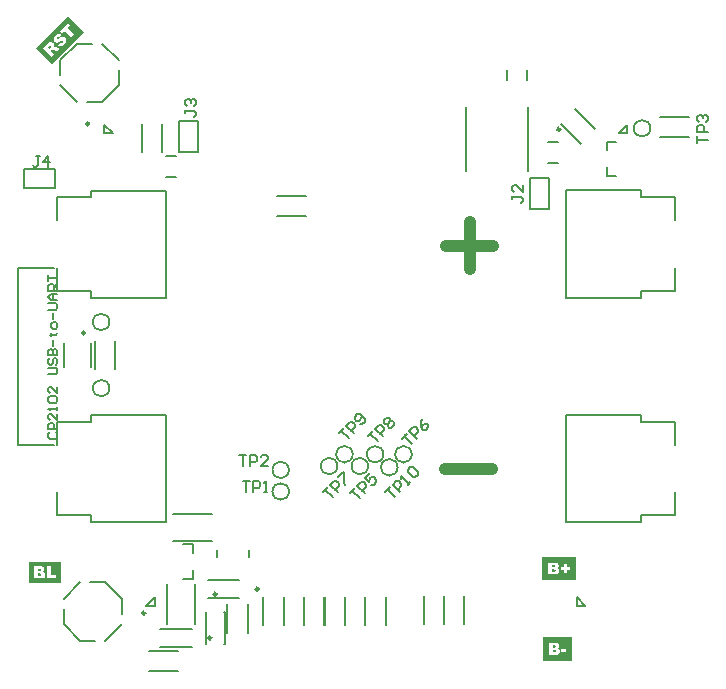
<source format=gto>
G04*
G04 #@! TF.GenerationSoftware,Altium Limited,Altium Designer,23.2.1 (34)*
G04*
G04 Layer_Color=65535*
%FSLAX44Y44*%
%MOMM*%
G71*
G04*
G04 #@! TF.SameCoordinates,4D038F4D-AB9E-478B-8716-A6F2BEF9763F*
G04*
G04*
G04 #@! TF.FilePolarity,Positive*
G04*
G01*
G75*
%ADD51C,0.2000*%
%ADD55C,1.0000*%
%ADD62C,0.2500*%
%ADD66C,0.2540*%
%ADD67C,0.1500*%
%ADD68C,0.1800*%
G36*
X-257973Y-202000D02*
X-285000D01*
Y-183862D01*
X-257973D01*
Y-202000D01*
D02*
G37*
G36*
X-238862Y264638D02*
X-265750Y237750D01*
X-278824Y250824D01*
X-251936Y277712D01*
X-238862Y264638D01*
D02*
G37*
G36*
X174375Y-267750D02*
X150000D01*
Y-247612D01*
X174375D01*
Y-267750D01*
D02*
G37*
G36*
X177896Y-199750D02*
X149500D01*
Y-179612D01*
X177896D01*
Y-199750D01*
D02*
G37*
%LPC*%
G36*
X-261973Y-187862D02*
Y-195504D01*
X-266854D01*
Y-187862D01*
X-269988D01*
Y-198000D01*
X-261973D01*
Y-187862D01*
D02*
G37*
G36*
X-275051D02*
X-281000D01*
Y-198000D01*
X-275529D01*
X-275439Y-197993D01*
X-275342Y-197986D01*
X-275238Y-197979D01*
X-275009Y-197958D01*
X-274773Y-197931D01*
X-274655Y-197924D01*
X-274551Y-197910D01*
X-274454Y-197896D01*
X-274371Y-197889D01*
X-274295Y-197882D01*
X-274246Y-197875D01*
X-274212Y-197868D01*
X-274198D01*
X-274052Y-197847D01*
X-273920Y-197827D01*
X-273795Y-197799D01*
X-273678Y-197771D01*
X-273573Y-197743D01*
X-273476Y-197716D01*
X-273386Y-197688D01*
X-273310Y-197660D01*
X-273241Y-197639D01*
X-273178Y-197612D01*
X-273130Y-197591D01*
X-273088Y-197570D01*
X-273053Y-197556D01*
X-273033Y-197542D01*
X-273019Y-197535D01*
X-273012D01*
X-272783Y-197390D01*
X-272582Y-197223D01*
X-272499Y-197140D01*
X-272416Y-197057D01*
X-272339Y-196981D01*
X-272270Y-196904D01*
X-272208Y-196828D01*
X-272159Y-196759D01*
X-272110Y-196696D01*
X-272076Y-196648D01*
X-272041Y-196606D01*
X-272020Y-196572D01*
X-272013Y-196551D01*
X-272006Y-196544D01*
X-271944Y-196426D01*
X-271882Y-196301D01*
X-271833Y-196176D01*
X-271791Y-196058D01*
X-271729Y-195816D01*
X-271701Y-195705D01*
X-271687Y-195594D01*
X-271667Y-195497D01*
X-271660Y-195407D01*
X-271653Y-195323D01*
X-271646Y-195254D01*
X-271639Y-195199D01*
Y-198000D01*
X-275140D01*
X-271639D01*
Y-195122D01*
X-271646Y-194942D01*
X-271660Y-194776D01*
X-271687Y-194616D01*
X-271722Y-194464D01*
X-271757Y-194318D01*
X-271805Y-194186D01*
X-271847Y-194061D01*
X-271895Y-193950D01*
X-271944Y-193853D01*
X-271992Y-193763D01*
X-272041Y-193694D01*
X-272076Y-193631D01*
X-272110Y-193576D01*
X-272138Y-193541D01*
X-272152Y-193521D01*
X-272159Y-193514D01*
X-272263Y-193396D01*
X-272374Y-193292D01*
X-272499Y-193195D01*
X-272624Y-193104D01*
X-272762Y-193021D01*
X-272894Y-192945D01*
X-273026Y-192882D01*
X-273158Y-192820D01*
X-273282Y-192772D01*
X-273393Y-192730D01*
X-273497Y-192695D01*
X-273587Y-192661D01*
X-273664Y-192640D01*
X-273719Y-192626D01*
X-273754Y-192612D01*
X-273768D01*
X-273636Y-192564D01*
X-273511Y-192508D01*
X-273400Y-192460D01*
X-273289Y-192397D01*
X-273192Y-192342D01*
X-273102Y-192286D01*
X-273026Y-192231D01*
X-272949Y-192175D01*
X-272887Y-192127D01*
X-272832Y-192078D01*
X-272783Y-192037D01*
X-272741Y-192002D01*
X-272714Y-191974D01*
X-272686Y-191953D01*
X-272679Y-191940D01*
X-272672Y-191933D01*
X-272575Y-191808D01*
X-272485Y-191683D01*
X-272409Y-191551D01*
X-272346Y-191419D01*
X-272291Y-191288D01*
X-272249Y-191163D01*
X-272208Y-191038D01*
X-272180Y-190920D01*
X-272159Y-190809D01*
X-272138Y-190712D01*
X-272124Y-190622D01*
X-272117Y-190546D01*
Y-190476D01*
X-272110Y-190435D01*
Y-190400D01*
Y-190393D01*
X-272117Y-190199D01*
X-272145Y-190005D01*
X-272180Y-189825D01*
X-272235Y-189658D01*
X-272291Y-189499D01*
X-272360Y-189353D01*
X-272429Y-189214D01*
X-272506Y-189090D01*
X-272582Y-188979D01*
X-272651Y-188875D01*
X-272721Y-188791D01*
X-272776Y-188722D01*
X-272825Y-188667D01*
X-272866Y-188625D01*
X-272894Y-188597D01*
X-272901Y-188590D01*
X-273053Y-188458D01*
X-273220Y-188348D01*
X-273400Y-188251D01*
X-273580Y-188167D01*
X-273768Y-188098D01*
X-273955Y-188043D01*
X-274142Y-187994D01*
X-274315Y-187952D01*
X-274489Y-187925D01*
X-274641Y-187904D01*
X-274787Y-187883D01*
X-274905Y-187876D01*
X-275009Y-187869D01*
X-275051Y-187862D01*
D02*
G37*
%LPD*%
G36*
X-276222Y-189929D02*
X-276111Y-189935D01*
X-276014Y-189956D01*
X-275924Y-189970D01*
X-275841Y-189991D01*
X-275765Y-190019D01*
X-275702Y-190040D01*
X-275647Y-190060D01*
X-275598Y-190088D01*
X-275564Y-190109D01*
X-275529Y-190123D01*
X-275501Y-190144D01*
X-275487Y-190151D01*
X-275473Y-190164D01*
X-275376Y-190268D01*
X-275307Y-190379D01*
X-275252Y-190490D01*
X-275217Y-190601D01*
X-275196Y-190705D01*
X-275189Y-190781D01*
X-275182Y-190816D01*
Y-190837D01*
Y-190851D01*
Y-190858D01*
X-275196Y-191024D01*
X-275231Y-191177D01*
X-275272Y-191301D01*
X-275328Y-191406D01*
X-275383Y-191489D01*
X-275425Y-191544D01*
X-275460Y-191579D01*
X-275473Y-191593D01*
X-275529Y-191634D01*
X-275598Y-191676D01*
X-275675Y-191711D01*
X-275751Y-191738D01*
X-275917Y-191780D01*
X-276084Y-191808D01*
X-276243Y-191828D01*
X-276306Y-191835D01*
X-276368D01*
X-276416Y-191842D01*
X-277838D01*
Y-189915D01*
X-276340D01*
X-276222Y-189929D01*
D02*
G37*
G36*
X-275973Y-193784D02*
X-275848Y-193798D01*
X-275730Y-193812D01*
X-275626Y-193832D01*
X-275536Y-193860D01*
X-275453Y-193881D01*
X-275376Y-193909D01*
X-275314Y-193937D01*
X-275259Y-193957D01*
X-275210Y-193985D01*
X-275175Y-194006D01*
X-275148Y-194020D01*
X-275127Y-194034D01*
X-275120Y-194048D01*
X-275113D01*
X-275057Y-194103D01*
X-275002Y-194158D01*
X-274919Y-194276D01*
X-274863Y-194394D01*
X-274822Y-194512D01*
X-274794Y-194609D01*
X-274787Y-194692D01*
X-274780Y-194727D01*
Y-194748D01*
Y-194762D01*
Y-194769D01*
X-274787Y-194859D01*
X-274794Y-194942D01*
X-274829Y-195095D01*
X-274884Y-195226D01*
X-274946Y-195337D01*
X-275009Y-195420D01*
X-275057Y-195483D01*
X-275099Y-195525D01*
X-275106Y-195531D01*
X-275113Y-195538D01*
X-275182Y-195587D01*
X-275259Y-195635D01*
X-275342Y-195670D01*
X-275432Y-195705D01*
X-275619Y-195753D01*
X-275806Y-195788D01*
X-275896Y-195802D01*
X-275980Y-195809D01*
X-276056Y-195816D01*
X-276118D01*
X-276174Y-195823D01*
X-277838D01*
Y-193770D01*
X-276111D01*
X-275973Y-193784D01*
D02*
G37*
%LPC*%
G36*
X-251815Y271924D02*
X-258552Y265187D01*
X-256782Y263417D01*
X-254522Y265677D01*
X-249123Y260279D01*
X-246907Y262495D01*
X-252305Y267894D01*
X-250045Y270154D01*
X-251815Y271924D01*
D02*
G37*
G36*
X-259543Y263108D02*
X-259655Y263103D01*
X-259744D01*
X-259812Y263093D01*
X-259851D01*
X-259866Y263088D01*
X-260102Y263039D01*
X-260337Y262961D01*
X-260567Y262868D01*
X-260798Y262755D01*
X-261018Y262632D01*
X-261234Y262495D01*
X-261440Y262358D01*
X-261636Y262220D01*
X-261813Y262083D01*
X-261975Y261951D01*
X-262122Y261833D01*
X-262190Y261774D01*
X-262244Y261720D01*
X-262298Y261676D01*
X-262342Y261632D01*
X-262386Y261598D01*
X-262480Y261505D01*
X-262681Y261294D01*
X-262867Y261098D01*
X-263034Y260902D01*
X-263181Y260715D01*
X-263318Y260539D01*
X-263441Y260367D01*
X-263544Y260205D01*
X-263637Y260063D01*
X-263720Y259931D01*
X-263779Y259813D01*
X-263838Y259705D01*
X-263882Y259622D01*
X-263911Y259553D01*
X-263941Y259504D01*
X-263951Y259475D01*
X-263955Y259460D01*
X-264019Y259288D01*
X-264068Y259122D01*
X-264107Y258955D01*
X-264137Y258798D01*
X-264156Y258651D01*
X-264176Y258504D01*
X-264181Y258372D01*
X-264186Y258249D01*
Y258131D01*
X-264176Y258033D01*
X-264171Y257940D01*
X-264166Y257866D01*
X-264156Y257808D01*
X-264147Y257759D01*
X-264142Y257734D01*
Y257724D01*
X-264103Y257577D01*
X-264058Y257435D01*
X-264009Y257298D01*
X-263960Y257170D01*
X-263902Y257052D01*
X-263838Y256940D01*
X-263774Y256837D01*
X-263720Y256744D01*
X-263661Y256655D01*
X-263607Y256582D01*
X-263553Y256518D01*
X-263509Y256464D01*
X-263475Y256420D01*
X-263445Y256391D01*
X-263426Y256371D01*
X-263421Y256366D01*
X-263264Y256219D01*
X-263092Y256087D01*
X-262921Y255984D01*
X-262749Y255891D01*
X-262583Y255812D01*
X-262416Y255753D01*
X-262249Y255704D01*
X-262097Y255670D01*
X-261960Y255640D01*
X-261823Y255621D01*
X-261705Y255611D01*
X-261607Y255601D01*
X-261523Y255596D01*
X-261460Y255601D01*
X-261411D01*
X-261185Y255631D01*
X-260950Y255680D01*
X-260709Y255743D01*
X-260459Y255827D01*
X-260209Y255920D01*
X-259969Y256023D01*
X-259729Y256126D01*
X-259498Y256239D01*
X-259283Y256346D01*
X-259091Y256449D01*
X-258915Y256548D01*
X-258832Y256592D01*
X-258758Y256636D01*
X-258694Y256670D01*
X-258636Y256709D01*
X-258586Y256739D01*
X-258542Y256763D01*
X-258508Y256788D01*
X-258484Y256803D01*
X-258469Y256807D01*
X-258464Y256812D01*
X-258268Y256930D01*
X-258086Y257043D01*
X-257915Y257136D01*
X-257768Y257214D01*
X-257625Y257288D01*
X-257498Y257347D01*
X-257385Y257391D01*
X-257287Y257430D01*
X-257194Y257464D01*
X-257115Y257484D01*
X-257057Y257504D01*
X-257008Y257513D01*
X-256964Y257518D01*
X-256934Y257528D01*
X-256748D01*
X-256674Y257513D01*
X-256601Y257499D01*
X-256473Y257460D01*
X-256365Y257411D01*
X-256282Y257356D01*
X-256223Y257317D01*
X-256199Y257303D01*
X-256184Y257288D01*
X-256174Y257278D01*
X-256169Y257273D01*
X-256120Y257214D01*
X-256071Y257155D01*
X-256002Y257028D01*
X-255958Y256896D01*
X-255929Y256778D01*
X-255914Y256665D01*
Y256577D01*
Y256518D01*
Y256508D01*
Y256499D01*
X-255924Y256410D01*
X-255944Y256322D01*
X-256007Y256150D01*
X-256091Y255989D01*
X-256184Y255846D01*
X-256228Y255783D01*
X-256272Y255719D01*
X-256311Y255670D01*
X-256351Y255631D01*
X-256380Y255591D01*
X-256424Y255547D01*
X-256542Y255439D01*
X-256669Y255341D01*
X-256787Y255263D01*
X-256910Y255199D01*
X-257027Y255140D01*
X-257150Y255096D01*
X-257258Y255067D01*
X-257365Y255037D01*
X-257464Y255018D01*
X-257552Y255008D01*
X-257635Y255003D01*
X-257699Y254998D01*
X-257797D01*
X-257822Y255003D01*
X-257831D01*
X-257924Y255018D01*
X-258018Y255042D01*
X-258199Y255106D01*
X-258381Y255189D01*
X-258542Y255282D01*
X-258616Y255327D01*
X-258685Y255366D01*
X-258743Y255405D01*
X-258792Y255444D01*
X-258832Y255474D01*
X-258861Y255493D01*
X-258885Y255508D01*
X-258890Y255513D01*
X-260866Y253272D01*
X-260641Y253096D01*
X-260420Y252944D01*
X-260190Y252811D01*
X-259964Y252694D01*
X-259744Y252600D01*
X-259533Y252517D01*
X-259327Y252448D01*
X-259131Y252399D01*
X-258954Y252360D01*
X-258787Y252331D01*
X-258645Y252306D01*
X-258523Y252292D01*
X-258420Y252287D01*
X-258346Y252282D01*
X-258302Y252277D01*
X-258282D01*
X-258150Y252282D01*
X-258013Y252301D01*
X-257875Y252321D01*
X-257738Y252360D01*
X-257464Y252448D01*
X-257184Y252561D01*
X-256905Y252703D01*
X-256640Y252860D01*
X-256380Y253022D01*
X-256140Y253194D01*
X-255909Y253365D01*
X-255703Y253532D01*
X-255605Y253610D01*
X-255517Y253679D01*
X-255434Y253753D01*
X-255355Y253821D01*
X-255292Y253885D01*
X-255228Y253939D01*
X-255179Y253988D01*
X-255130Y254027D01*
X-255051Y254106D01*
X-254865Y254302D01*
X-254693Y254493D01*
X-254531Y254684D01*
X-254389Y254866D01*
X-254257Y255037D01*
X-254139Y255204D01*
X-254036Y255366D01*
X-253948Y255513D01*
X-253865Y255645D01*
X-253801Y255768D01*
X-253747Y255871D01*
X-253703Y255964D01*
X-253664Y256033D01*
X-253639Y256087D01*
X-253629Y256116D01*
X-253624Y256131D01*
X-253556Y256317D01*
X-253502Y256499D01*
X-253463Y256675D01*
X-253433Y256852D01*
X-253409Y257023D01*
X-253394Y257185D01*
X-253389Y257337D01*
X-253384Y257479D01*
X-253389Y257612D01*
X-253394Y257724D01*
X-253404Y257832D01*
X-253409Y257915D01*
X-253423Y257989D01*
X-253433Y258038D01*
X-253438Y258072D01*
Y258082D01*
X-253482Y258264D01*
X-253531Y258430D01*
X-253595Y258592D01*
X-253664Y258749D01*
X-253732Y258896D01*
X-253806Y259028D01*
X-253884Y259156D01*
X-253958Y259269D01*
X-254031Y259372D01*
X-254095Y259465D01*
X-254159Y259548D01*
X-254213Y259612D01*
X-254257Y259666D01*
X-254326Y259735D01*
X-254438Y259838D01*
X-254556Y259936D01*
X-254669Y260029D01*
X-254781Y260102D01*
X-254899Y260171D01*
X-255012Y260235D01*
X-255120Y260294D01*
X-255218Y260343D01*
X-255316Y260382D01*
X-255399Y260416D01*
X-255478Y260446D01*
X-255546Y260465D01*
X-255600Y260480D01*
X-255640Y260499D01*
X-255664Y260504D01*
X-255674D01*
X-255821Y260534D01*
X-255968Y260553D01*
X-256115Y260563D01*
X-256257Y260568D01*
X-256409Y260563D01*
X-256547Y260553D01*
X-256684Y260534D01*
X-256812Y260514D01*
X-256929Y260495D01*
X-257037Y260475D01*
X-257140Y260450D01*
X-257218Y260431D01*
X-257287Y260411D01*
X-257336Y260401D01*
X-257370Y260387D01*
X-257380D01*
X-257567Y260318D01*
X-257773Y260240D01*
X-257988Y260142D01*
X-258204Y260034D01*
X-258430Y259916D01*
X-258655Y259798D01*
X-258881Y259671D01*
X-259096Y259553D01*
X-259297Y259431D01*
X-259489Y259318D01*
X-259655Y259220D01*
X-259734Y259171D01*
X-259807Y259127D01*
X-259866Y259087D01*
X-259930Y259053D01*
X-259979Y259024D01*
X-260018Y258994D01*
X-260053Y258970D01*
X-260077Y258955D01*
X-260092Y258950D01*
X-260097Y258945D01*
X-260224Y258867D01*
X-260347Y258793D01*
X-260455Y258724D01*
X-260553Y258675D01*
X-260646Y258631D01*
X-260729Y258587D01*
X-260803Y258553D01*
X-260866Y258528D01*
X-260925Y258509D01*
X-260979Y258494D01*
X-261018Y258484D01*
X-261048Y258475D01*
X-261072Y258470D01*
X-261092D01*
X-261107Y258465D01*
X-261215D01*
X-261303Y258484D01*
X-261381Y258504D01*
X-261450Y258533D01*
X-261499Y258563D01*
X-261538Y258592D01*
X-261563Y258607D01*
X-261572Y258617D01*
X-261646Y258710D01*
X-261705Y258808D01*
X-261744Y258906D01*
X-261764Y259004D01*
X-261773Y259083D01*
X-261778Y259146D01*
X-261783Y259190D01*
X-261778Y259205D01*
X-261749Y259342D01*
X-261700Y259480D01*
X-261636Y259602D01*
X-261558Y259720D01*
X-261484Y259813D01*
X-261455Y259852D01*
X-261425Y259891D01*
X-261278Y260039D01*
X-261185Y260112D01*
X-261102Y260176D01*
X-261018Y260230D01*
X-260935Y260284D01*
X-260857Y260323D01*
X-260783Y260357D01*
X-260714Y260387D01*
X-260646Y260406D01*
X-260587Y260426D01*
X-260533Y260441D01*
X-260494Y260450D01*
X-260459Y260455D01*
X-260430Y260465D01*
X-260410D01*
X-260317Y260470D01*
X-260224Y260465D01*
X-260043Y260431D01*
X-259861Y260377D01*
X-259695Y260308D01*
X-259557Y260240D01*
X-259498Y260200D01*
X-259445Y260176D01*
X-259405Y260146D01*
X-259376Y260127D01*
X-259356Y260117D01*
X-259351Y260112D01*
X-257385Y262323D01*
X-257621Y262490D01*
X-257851Y262632D01*
X-258081Y262755D01*
X-258302Y262858D01*
X-258513Y262931D01*
X-258724Y262995D01*
X-258915Y263039D01*
X-259096Y263074D01*
X-259263Y263093D01*
X-259410Y263103D01*
X-259543Y263108D01*
D02*
G37*
G36*
X-266378Y256028D02*
X-266525D01*
X-266662Y256018D01*
X-266799Y256008D01*
X-266917Y255989D01*
X-267040Y255964D01*
X-267152Y255940D01*
X-267250Y255910D01*
X-267339Y255881D01*
X-267422Y255856D01*
X-267491Y255827D01*
X-267540Y255807D01*
X-267579Y255788D01*
X-267608Y255778D01*
X-267613Y255773D01*
X-267750Y255694D01*
X-267893Y255611D01*
X-268040Y255513D01*
X-268187Y255405D01*
X-268476Y255175D01*
X-268618Y255062D01*
X-268756Y254944D01*
X-268878Y254831D01*
X-268991Y254728D01*
X-269094Y254635D01*
X-269182Y254547D01*
X-269256Y254483D01*
X-273041Y250698D01*
X-265873Y243529D01*
X-263647Y245756D01*
X-266554Y248663D01*
X-266363Y248854D01*
X-266245Y248962D01*
X-266123Y249046D01*
X-266005Y249104D01*
X-265892Y249158D01*
X-265799Y249193D01*
X-265721Y249212D01*
X-265691Y249222D01*
X-265667Y249227D01*
X-265657D01*
X-265652Y249232D01*
X-265588Y249237D01*
X-265525Y249242D01*
X-265377Y249222D01*
X-265221Y249202D01*
X-265064Y249173D01*
X-264921Y249139D01*
X-264863Y249119D01*
X-264809Y249104D01*
X-264760Y249095D01*
X-264730Y249085D01*
X-264706Y249080D01*
X-264701Y249075D01*
X-261332Y248070D01*
X-258827Y250575D01*
X-261980Y251571D01*
X-262078Y251600D01*
X-262200Y251625D01*
X-262323Y251649D01*
X-262440Y251669D01*
X-262553Y251684D01*
X-262641Y251693D01*
X-262681D01*
X-262705Y251698D01*
X-262720Y251703D01*
X-262730D01*
X-262911Y251718D01*
X-263063Y251733D01*
X-263186Y251737D01*
X-263293D01*
X-263367Y251733D01*
X-263416D01*
X-263450Y251728D01*
X-263460D01*
X-263519Y251718D01*
X-263588Y251698D01*
X-263725Y251659D01*
X-263862Y251610D01*
X-263995Y251556D01*
X-264117Y251502D01*
X-264166Y251483D01*
X-264210Y251458D01*
X-264245Y251443D01*
X-264274Y251433D01*
X-264294Y251424D01*
X-264299Y251419D01*
X-264230Y251527D01*
X-264166Y251639D01*
X-264112Y251742D01*
X-264063Y251840D01*
X-264019Y251934D01*
X-263975Y252017D01*
X-263941Y252100D01*
X-263911Y252179D01*
X-263887Y252243D01*
X-263867Y252301D01*
X-263843Y252355D01*
X-263833Y252395D01*
X-263823Y252434D01*
X-263813Y252453D01*
Y252473D01*
X-263808Y252478D01*
X-263759Y252743D01*
X-263735Y253002D01*
X-263730Y253125D01*
Y253233D01*
X-263735Y253346D01*
X-263740Y253449D01*
X-263754Y253542D01*
X-263759Y253625D01*
X-263774Y253699D01*
X-263784Y253758D01*
X-263794Y253816D01*
X-263799Y253851D01*
X-263808Y253870D01*
Y253880D01*
X-263848Y254008D01*
X-263897Y254135D01*
X-263946Y254253D01*
X-264004Y254370D01*
X-264137Y254591D01*
X-264196Y254689D01*
X-264259Y254782D01*
X-264323Y254866D01*
X-264387Y254939D01*
X-264441Y255003D01*
X-264490Y255062D01*
X-264524Y255106D01*
X-264559Y255140D01*
X-264578Y255160D01*
X-264583Y255165D01*
X-264715Y255287D01*
X-264843Y255395D01*
X-264975Y255498D01*
X-265108Y255582D01*
X-265235Y255660D01*
X-265358Y255734D01*
X-265480Y255788D01*
X-265588Y255837D01*
X-265691Y255881D01*
X-265784Y255915D01*
X-265868Y255940D01*
X-265941Y255964D01*
X-266000Y255974D01*
X-266044Y255989D01*
X-266069Y255993D01*
X-266079D01*
X-266231Y256018D01*
X-266378Y256028D01*
D02*
G37*
%LPD*%
G36*
X-267241Y253076D02*
X-267103Y253047D01*
X-266976Y252998D01*
X-266863Y252934D01*
X-266770Y252880D01*
X-266731Y252850D01*
X-266701Y252821D01*
X-266672Y252801D01*
X-266652Y252782D01*
X-266642Y252772D01*
X-266637Y252767D01*
X-266559Y252679D01*
X-266495Y252586D01*
X-266446Y252488D01*
X-266412Y252404D01*
X-266388Y252321D01*
X-266373Y252267D01*
X-266368Y252223D01*
X-266363Y252208D01*
X-266353Y252090D01*
X-266363Y251983D01*
X-266383Y251884D01*
X-266412Y251796D01*
X-266441Y251728D01*
X-266466Y251674D01*
X-266486Y251635D01*
X-266495Y251625D01*
X-266559Y251532D01*
X-266608Y251443D01*
X-266667Y251365D01*
X-266711Y251291D01*
X-266760Y251232D01*
X-266794Y251178D01*
X-266834Y251129D01*
X-266863Y251090D01*
X-266893Y251051D01*
X-266917Y251017D01*
X-266951Y250972D01*
X-267908Y250016D01*
X-269369Y251478D01*
X-268295Y252551D01*
X-268182Y252645D01*
X-268089Y252728D01*
X-267991Y252796D01*
X-267903Y252855D01*
X-267819Y252909D01*
X-267746Y252953D01*
X-267672Y252988D01*
X-267608Y253012D01*
X-267554Y253037D01*
X-267505Y253056D01*
X-267466Y253066D01*
X-267437Y253076D01*
X-267412Y253081D01*
X-267397Y253076D01*
X-267393Y253081D01*
X-267319Y253086D01*
X-267241Y253076D01*
D02*
G37*
%LPC*%
G36*
X169375Y-257965D02*
X165283D01*
Y-260143D01*
X169375D01*
Y-257965D01*
D02*
G37*
G36*
X160949Y-252612D02*
X155000D01*
Y-262750D01*
X160471D01*
X160561Y-262743D01*
X160658Y-262736D01*
X160762Y-262729D01*
X160991Y-262708D01*
X161227Y-262681D01*
X161345Y-262674D01*
X161449Y-262660D01*
X161546Y-262646D01*
X161629Y-262639D01*
X161705Y-262632D01*
X161754Y-262625D01*
X161789Y-262618D01*
X161802D01*
X161948Y-262597D01*
X162080Y-262577D01*
X162205Y-262549D01*
X162323Y-262521D01*
X162426Y-262493D01*
X162524Y-262466D01*
X162614Y-262438D01*
X162690Y-262410D01*
X162759Y-262389D01*
X162822Y-262362D01*
X162870Y-262341D01*
X162912Y-262320D01*
X162946Y-262306D01*
X162967Y-262292D01*
X162981Y-262285D01*
X162988D01*
X163217Y-262140D01*
X163418Y-261973D01*
X163501Y-261890D01*
X163584Y-261807D01*
X163661Y-261731D01*
X163730Y-261654D01*
X163792Y-261578D01*
X163841Y-261509D01*
X163890Y-261446D01*
X163924Y-261398D01*
X163959Y-261356D01*
X163980Y-261322D01*
X163987Y-261301D01*
X163994Y-261294D01*
X164056Y-261176D01*
X164118Y-261051D01*
X164167Y-260926D01*
X164209Y-260808D01*
X164271Y-260566D01*
X164299Y-260455D01*
X164313Y-260344D01*
X164333Y-260247D01*
X164340Y-260157D01*
X164347Y-260073D01*
X164354Y-260004D01*
X164361Y-259949D01*
Y-259872D01*
X164354Y-259692D01*
X164340Y-259526D01*
X164313Y-259366D01*
X164278Y-259214D01*
X164243Y-259068D01*
X164195Y-258936D01*
X164153Y-258811D01*
X164104Y-258700D01*
X164056Y-258603D01*
X164007Y-258513D01*
X163959Y-258444D01*
X163924Y-258381D01*
X163890Y-258326D01*
X163862Y-258291D01*
X163848Y-258270D01*
X163841Y-258264D01*
X163737Y-258146D01*
X163626Y-258042D01*
X163501Y-257945D01*
X163377Y-257854D01*
X163238Y-257771D01*
X163106Y-257695D01*
X162974Y-257633D01*
X162843Y-257570D01*
X162718Y-257522D01*
X162607Y-257480D01*
X162503Y-257445D01*
X162413Y-257411D01*
X162336Y-257390D01*
X162281Y-257376D01*
X162246Y-257362D01*
X162232D01*
X162364Y-257314D01*
X162489Y-257258D01*
X162600Y-257210D01*
X162711Y-257147D01*
X162808Y-257092D01*
X162898Y-257036D01*
X162974Y-256981D01*
X163051Y-256925D01*
X163113Y-256877D01*
X163168Y-256828D01*
X163217Y-256787D01*
X163259Y-256752D01*
X163286Y-256724D01*
X163314Y-256703D01*
X163321Y-256689D01*
X163328Y-256683D01*
X163425Y-256558D01*
X163515Y-256433D01*
X163591Y-256301D01*
X163654Y-256169D01*
X163709Y-256038D01*
X163751Y-255913D01*
X163792Y-255788D01*
X163820Y-255670D01*
X163841Y-255559D01*
X163862Y-255462D01*
X163876Y-255372D01*
X163883Y-255296D01*
Y-255226D01*
X163890Y-255185D01*
Y-255150D01*
Y-255143D01*
X163883Y-254949D01*
X163855Y-254755D01*
X163820Y-254575D01*
X163765Y-254408D01*
X163709Y-254249D01*
X163640Y-254103D01*
X163571Y-253964D01*
X163494Y-253839D01*
X163418Y-253729D01*
X163349Y-253625D01*
X163279Y-253541D01*
X163224Y-253472D01*
X163175Y-253417D01*
X163134Y-253375D01*
X163106Y-253347D01*
X163099Y-253340D01*
X162946Y-253209D01*
X162780Y-253098D01*
X162600Y-253001D01*
X162419Y-252917D01*
X162232Y-252848D01*
X162045Y-252792D01*
X161858Y-252744D01*
X161684Y-252702D01*
X161511Y-252675D01*
X161359Y-252654D01*
X161213Y-252633D01*
X161095Y-252626D01*
X160991Y-252619D01*
X160949Y-252612D01*
D02*
G37*
%LPD*%
G36*
X159778Y-254679D02*
X159889Y-254685D01*
X159986Y-254706D01*
X160076Y-254720D01*
X160159Y-254741D01*
X160235Y-254769D01*
X160298Y-254790D01*
X160353Y-254810D01*
X160402Y-254838D01*
X160436Y-254859D01*
X160471Y-254873D01*
X160499Y-254893D01*
X160513Y-254900D01*
X160527Y-254914D01*
X160624Y-255018D01*
X160693Y-255129D01*
X160748Y-255240D01*
X160783Y-255351D01*
X160804Y-255455D01*
X160811Y-255532D01*
X160818Y-255566D01*
Y-255587D01*
Y-255601D01*
Y-255608D01*
X160804Y-255774D01*
X160769Y-255927D01*
X160728Y-256052D01*
X160672Y-256156D01*
X160617Y-256239D01*
X160575Y-256294D01*
X160540Y-256329D01*
X160527Y-256343D01*
X160471Y-256384D01*
X160402Y-256426D01*
X160325Y-256461D01*
X160249Y-256488D01*
X160083Y-256530D01*
X159916Y-256558D01*
X159757Y-256579D01*
X159694Y-256586D01*
X159632D01*
X159584Y-256592D01*
X158162D01*
Y-254665D01*
X159660D01*
X159778Y-254679D01*
D02*
G37*
G36*
X160027Y-258534D02*
X160152Y-258548D01*
X160270Y-258562D01*
X160374Y-258582D01*
X160464Y-258610D01*
X160547Y-258631D01*
X160624Y-258659D01*
X160686Y-258687D01*
X160742Y-258707D01*
X160790Y-258735D01*
X160825Y-258756D01*
X160852Y-258770D01*
X160873Y-258784D01*
X160880Y-258797D01*
X160887D01*
X160943Y-258853D01*
X160998Y-258908D01*
X161081Y-259026D01*
X161137Y-259144D01*
X161178Y-259262D01*
X161206Y-259359D01*
X161213Y-259442D01*
X161220Y-259477D01*
Y-259498D01*
Y-259512D01*
Y-259519D01*
X161213Y-259609D01*
X161206Y-259692D01*
X161171Y-259845D01*
X161116Y-259976D01*
X161054Y-260087D01*
X160991Y-260170D01*
X160943Y-260233D01*
X160901Y-260275D01*
X160894Y-260281D01*
X160887Y-260288D01*
X160818Y-260337D01*
X160742Y-260385D01*
X160658Y-260420D01*
X160568Y-260455D01*
X160381Y-260503D01*
X160194Y-260538D01*
X160103Y-260552D01*
X160020Y-260559D01*
X159944Y-260566D01*
X159882D01*
X159826Y-260573D01*
X158162D01*
Y-258520D01*
X159889D01*
X160027Y-258534D01*
D02*
G37*
%LPC*%
G36*
X170234Y-185916D02*
X168001D01*
Y-188578D01*
X165352D01*
Y-190811D01*
X168001D01*
Y-193460D01*
X170234D01*
Y-190811D01*
X172896D01*
Y-188578D01*
X170234D01*
Y-185916D01*
D02*
G37*
G36*
X160450Y-184612D02*
X154500D01*
Y-194750D01*
X159971D01*
X160061Y-194743D01*
X160158Y-194736D01*
X160262Y-194729D01*
X160491Y-194708D01*
X160727Y-194681D01*
X160845Y-194674D01*
X160949Y-194660D01*
X161046Y-194646D01*
X161129Y-194639D01*
X161205Y-194632D01*
X161254Y-194625D01*
X161289Y-194618D01*
X161302D01*
X161448Y-194597D01*
X161580Y-194577D01*
X161705Y-194549D01*
X161822Y-194521D01*
X161926Y-194493D01*
X162024Y-194466D01*
X162114Y-194438D01*
X162190Y-194410D01*
X162259Y-194389D01*
X162322Y-194362D01*
X162370Y-194341D01*
X162412Y-194320D01*
X162446Y-194306D01*
X162467Y-194292D01*
X162481Y-194285D01*
X162488D01*
X162717Y-194140D01*
X162918Y-193973D01*
X163001Y-193890D01*
X163085Y-193807D01*
X163161Y-193731D01*
X163230Y-193654D01*
X163293Y-193578D01*
X163341Y-193509D01*
X163390Y-193446D01*
X163424Y-193398D01*
X163459Y-193356D01*
X163480Y-193321D01*
X163487Y-193301D01*
X163494Y-193294D01*
X163556Y-193176D01*
X163618Y-193051D01*
X163667Y-192926D01*
X163709Y-192808D01*
X163771Y-192566D01*
X163799Y-192455D01*
X163813Y-192344D01*
X163833Y-192247D01*
X163840Y-192157D01*
X163847Y-192073D01*
X163854Y-192004D01*
X163861Y-191949D01*
Y-191872D01*
X163854Y-191692D01*
X163840Y-191526D01*
X163813Y-191366D01*
X163778Y-191213D01*
X163743Y-191068D01*
X163695Y-190936D01*
X163653Y-190811D01*
X163605Y-190700D01*
X163556Y-190603D01*
X163507Y-190513D01*
X163459Y-190444D01*
X163424Y-190381D01*
X163390Y-190326D01*
X163362Y-190291D01*
X163348Y-190271D01*
X163341Y-190264D01*
X163237Y-190146D01*
X163126Y-190042D01*
X163001Y-189945D01*
X162876Y-189854D01*
X162738Y-189771D01*
X162606Y-189695D01*
X162474Y-189632D01*
X162342Y-189570D01*
X162218Y-189522D01*
X162107Y-189480D01*
X162003Y-189445D01*
X161913Y-189411D01*
X161836Y-189390D01*
X161781Y-189376D01*
X161746Y-189362D01*
X161732D01*
X161864Y-189314D01*
X161989Y-189258D01*
X162100Y-189210D01*
X162211Y-189147D01*
X162308Y-189092D01*
X162398Y-189036D01*
X162474Y-188981D01*
X162551Y-188925D01*
X162613Y-188877D01*
X162668Y-188828D01*
X162717Y-188787D01*
X162759Y-188752D01*
X162786Y-188724D01*
X162814Y-188703D01*
X162821Y-188689D01*
X162828Y-188683D01*
X162925Y-188558D01*
X163015Y-188433D01*
X163091Y-188301D01*
X163154Y-188169D01*
X163209Y-188038D01*
X163251Y-187913D01*
X163293Y-187788D01*
X163320Y-187670D01*
X163341Y-187559D01*
X163362Y-187462D01*
X163376Y-187372D01*
X163383Y-187296D01*
Y-187226D01*
X163390Y-187185D01*
Y-187150D01*
Y-187143D01*
X163383Y-186949D01*
X163355Y-186755D01*
X163320Y-186575D01*
X163265Y-186408D01*
X163209Y-186249D01*
X163140Y-186103D01*
X163071Y-185964D01*
X162994Y-185840D01*
X162918Y-185729D01*
X162849Y-185625D01*
X162779Y-185541D01*
X162724Y-185472D01*
X162675Y-185417D01*
X162634Y-185375D01*
X162606Y-185347D01*
X162599Y-185340D01*
X162446Y-185208D01*
X162280Y-185098D01*
X162100Y-185000D01*
X161919Y-184917D01*
X161732Y-184848D01*
X161545Y-184792D01*
X161358Y-184744D01*
X161185Y-184702D01*
X161011Y-184675D01*
X160859Y-184654D01*
X160713Y-184633D01*
X160595Y-184626D01*
X160491Y-184619D01*
X160450Y-184612D01*
D02*
G37*
%LPD*%
G36*
X159278Y-186679D02*
X159389Y-186686D01*
X159486Y-186706D01*
X159576Y-186720D01*
X159659Y-186741D01*
X159735Y-186769D01*
X159798Y-186789D01*
X159853Y-186810D01*
X159902Y-186838D01*
X159936Y-186859D01*
X159971Y-186873D01*
X159999Y-186894D01*
X160013Y-186901D01*
X160026Y-186914D01*
X160124Y-187018D01*
X160193Y-187129D01*
X160248Y-187240D01*
X160283Y-187351D01*
X160304Y-187455D01*
X160311Y-187532D01*
X160318Y-187566D01*
Y-187587D01*
Y-187601D01*
Y-187608D01*
X160304Y-187774D01*
X160269Y-187927D01*
X160228Y-188051D01*
X160172Y-188156D01*
X160117Y-188239D01*
X160075Y-188294D01*
X160040Y-188329D01*
X160026Y-188343D01*
X159971Y-188384D01*
X159902Y-188426D01*
X159825Y-188461D01*
X159749Y-188488D01*
X159583Y-188530D01*
X159416Y-188558D01*
X159257Y-188578D01*
X159194Y-188585D01*
X159132D01*
X159083Y-188592D01*
X157662D01*
Y-186665D01*
X159160D01*
X159278Y-186679D01*
D02*
G37*
G36*
X159527Y-190534D02*
X159652Y-190548D01*
X159770Y-190562D01*
X159874Y-190583D01*
X159964Y-190610D01*
X160047Y-190631D01*
X160124Y-190659D01*
X160186Y-190686D01*
X160242Y-190707D01*
X160290Y-190735D01*
X160325Y-190756D01*
X160352Y-190770D01*
X160373Y-190784D01*
X160380Y-190798D01*
X160387D01*
X160443Y-190853D01*
X160498Y-190908D01*
X160581Y-191026D01*
X160637Y-191144D01*
X160678Y-191262D01*
X160706Y-191359D01*
X160713Y-191442D01*
X160720Y-191477D01*
Y-191498D01*
Y-191512D01*
Y-191519D01*
X160713Y-191609D01*
X160706Y-191692D01*
X160671Y-191845D01*
X160616Y-191976D01*
X160553Y-192087D01*
X160491Y-192171D01*
X160443Y-192233D01*
X160401Y-192274D01*
X160394Y-192281D01*
X160387Y-192288D01*
X160318Y-192337D01*
X160242Y-192385D01*
X160158Y-192420D01*
X160068Y-192455D01*
X159881Y-192503D01*
X159694Y-192538D01*
X159604Y-192552D01*
X159520Y-192559D01*
X159444Y-192566D01*
X159382D01*
X159326Y-192573D01*
X157662D01*
Y-190520D01*
X159389D01*
X159527Y-190534D01*
D02*
G37*
D51*
X241000Y183000D02*
G03*
X241000Y183000I-7000J0D01*
G01*
X15000Y-93000D02*
G03*
X15000Y-93000I-7000J0D01*
G01*
X39000D02*
G03*
X39000Y-93000I-7000J0D01*
G01*
X27000Y-104000D02*
G03*
X27000Y-104000I-7000J0D01*
G01*
X2000Y-103000D02*
G03*
X2000Y-103000I-7000J0D01*
G01*
X-11000Y-93000D02*
G03*
X-11000Y-93000I-7000J0D01*
G01*
X-24000Y-103000D02*
G03*
X-24000Y-103000I-7000J0D01*
G01*
X-65000Y-106250D02*
G03*
X-65000Y-106250I-7000J0D01*
G01*
Y-124500D02*
G03*
X-65000Y-124500I-7000J0D01*
G01*
X-217000Y-37000D02*
G03*
X-217000Y-37000I-7000J0D01*
G01*
Y19000D02*
G03*
X-217000Y19000I-7000J0D01*
G01*
X-185858Y-221213D02*
X-178787Y-221213D01*
X-185858Y-221213D02*
X-178787Y-214142D01*
X-178787Y-221213D01*
X178787D02*
X178787Y-214142D01*
X185858Y-221213D01*
X178787Y-221213D02*
X185858Y-221213D01*
X-221213Y178787D02*
X-221213Y185858D01*
X-214142Y178787D01*
X-221213Y178787D02*
X-214142Y178787D01*
X214142D02*
X221213Y178787D01*
X214142Y178787D02*
X221213Y185858D01*
X221213Y178787D01*
X232875Y-65357D02*
X261600D01*
Y-85000D02*
Y-65357D01*
X232875D02*
Y-59572D01*
X169375D02*
X232875D01*
X169375Y-150343D02*
Y-59572D01*
Y-150343D02*
X232875D01*
Y-144557D01*
X261800D01*
Y-125000D01*
X-261600Y45357D02*
X-232875D01*
X-261600D02*
Y65000D01*
X-232875Y39572D02*
Y45357D01*
Y39572D02*
X-169375D01*
Y130343D01*
X-232875D02*
X-169375D01*
X-232875Y124557D02*
Y130343D01*
X-261800Y124557D02*
X-232875D01*
X-261800Y105000D02*
Y124557D01*
X232875Y124643D02*
X261600D01*
Y105000D02*
Y124643D01*
X232875D02*
Y130428D01*
X169375D02*
X232875D01*
X169375Y39657D02*
Y130428D01*
Y39657D02*
X232875D01*
Y45443D01*
X261800D01*
Y65000D01*
X-261600Y-144643D02*
X-232875D01*
X-261600D02*
Y-125000D01*
X-232875Y-150428D02*
Y-144643D01*
Y-150428D02*
X-169375D01*
Y-59657D01*
X-232875D02*
X-169375D01*
X-232875Y-65443D02*
Y-59657D01*
X-261800Y-65443D02*
X-232875D01*
X-261800Y-85000D02*
Y-65443D01*
X249419Y192984D02*
X273540Y192984D01*
X249419Y175863D02*
X273540D01*
X137000Y147000D02*
Y201000D01*
X85000Y147000D02*
Y201000D01*
X-98969Y-179987D02*
Y-174013D01*
X-126031Y-179987D02*
Y-174013D01*
X-294000Y64700D02*
X-264000Y64700D01*
X-294000Y64700D02*
X-294000Y-85300D01*
X-264000D01*
X-229561Y3061D02*
X-229561Y-21061D01*
X-212439D02*
X-212439Y3061D01*
X-173950Y-256500D02*
X-147050D01*
X-173950Y-240839D02*
Y-240500D01*
Y-256500D02*
Y-256161D01*
Y-240500D02*
X-147050D01*
Y-240839D02*
Y-240500D01*
Y-256500D02*
Y-256161D01*
X-183081Y-259689D02*
X-158959Y-259689D01*
X-183081Y-276811D02*
X-158959Y-276811D01*
X-163531Y-143219D02*
X-130469D01*
X-163531Y-166781D02*
X-130469D01*
X-189561Y162669D02*
Y186791D01*
X-172439Y162669D02*
Y186791D01*
X-168736Y159541D02*
X-160264D01*
X-168736Y141959D02*
X-160264D01*
X-75061Y125561D02*
X-50939D01*
X-75061Y108439D02*
X-50939D01*
X-206251Y-228121D02*
X-206251Y-215393D01*
X-233121Y-201251D02*
X-220393D01*
X-255749Y-236607D02*
X-255749Y-223879D01*
X-241607Y-250749D02*
X-228879D01*
X-220393D02*
X-206251Y-236607D01*
X-255749D02*
X-241607Y-250749D01*
X-220393Y-201251D02*
X-206251Y-215393D01*
X-255749D02*
X-241607Y-201251D01*
X204250Y171750D02*
X212250D01*
X204250Y164500D02*
Y171750D01*
Y142750D02*
X212250D01*
X204250D02*
Y150000D01*
X-154505Y-198250D02*
X-146505D01*
Y-191000D01*
X-154505Y-169250D02*
X-146505D01*
Y-176500D02*
Y-169250D01*
X-144469Y-236281D02*
Y-203219D01*
X-168031Y-236281D02*
Y-203219D01*
X-133950Y-215000D02*
X-107050D01*
X-133950Y-199339D02*
Y-199000D01*
Y-215000D02*
Y-214661D01*
Y-199000D02*
X-107050Y-199000D01*
Y-199339D02*
Y-199000D01*
Y-215000D02*
Y-214661D01*
X-119500Y-253450D02*
Y-226550D01*
X-135500Y-253450D02*
X-135161D01*
X-119839D02*
X-119500D01*
X-135500D02*
Y-226550D01*
X-135161D01*
X-119839D02*
X-119500D01*
X-117061Y-219939D02*
X-117061Y-244061D01*
X-99939D02*
X-99939Y-219939D01*
X66189Y-237061D02*
Y-212939D01*
X83311Y-237061D02*
Y-212939D01*
X48939Y-212939D02*
X48939Y-237061D01*
X66061D02*
X66061Y-212939D01*
X-311Y-237561D02*
X-311Y-213439D01*
X16811D02*
X16811Y-237561D01*
X-17561Y-237561D02*
Y-213439D01*
X-439Y-237561D02*
Y-213439D01*
X-34811Y-237561D02*
Y-213439D01*
X-17689Y-237561D02*
Y-213439D01*
X-52061Y-237561D02*
Y-213439D01*
X-34939Y-237561D02*
Y-213439D01*
X-69311Y-237561D02*
Y-213439D01*
X-52189Y-237561D02*
Y-213439D01*
X-86561Y-213439D02*
X-86561Y-237561D01*
X-69439D02*
X-69439Y-213439D01*
X-236121Y205251D02*
X-223393Y205251D01*
X-209251Y232121D02*
X-209251Y219393D01*
X-244607Y254749D02*
X-231879Y254749D01*
X-258749Y240607D02*
X-258749Y227879D01*
X-258749Y219393D02*
X-244607Y205251D01*
X-258749Y240607D02*
X-244607Y254749D01*
X-223393Y205251D02*
X-209251Y219393D01*
X-223393Y254749D02*
X-209251Y240607D01*
X-255750Y-19000D02*
Y1000D01*
X-232250Y1000D02*
X-232250Y-19000D01*
X119209Y224014D02*
Y232486D01*
X136791Y224014D02*
Y232486D01*
X177025Y199081D02*
X194081Y182025D01*
X164918Y186975D02*
X181975Y169918D01*
X154264Y171291D02*
X162736D01*
X154264Y153709D02*
X162736D01*
X-267665Y-74468D02*
X-268997Y-75801D01*
Y-78467D01*
X-267665Y-79800D01*
X-262333D01*
X-261000Y-78467D01*
Y-75801D01*
X-262333Y-74468D01*
X-261000Y-71803D02*
X-268997D01*
Y-67804D01*
X-267665Y-66471D01*
X-264999D01*
X-263666Y-67804D01*
Y-71803D01*
X-261000Y-58474D02*
Y-63805D01*
X-266332Y-58474D01*
X-267665D01*
X-268997Y-59806D01*
Y-62472D01*
X-267665Y-63805D01*
X-261000Y-55808D02*
Y-53142D01*
Y-54475D01*
X-268997D01*
X-267665Y-55808D01*
Y-49143D02*
X-268997Y-47810D01*
Y-45145D01*
X-267665Y-43812D01*
X-262333D01*
X-261000Y-45145D01*
Y-47810D01*
X-262333Y-49143D01*
X-267665D01*
X-261000Y-35814D02*
Y-41146D01*
X-266332Y-35814D01*
X-267665D01*
X-268997Y-37147D01*
Y-39813D01*
X-267665Y-41146D01*
X-268997Y-25151D02*
X-262333D01*
X-261000Y-23818D01*
Y-21152D01*
X-262333Y-19819D01*
X-268997D01*
X-267665Y-11822D02*
X-268997Y-13155D01*
Y-15821D01*
X-267665Y-17154D01*
X-266332D01*
X-264999Y-15821D01*
Y-13155D01*
X-263666Y-11822D01*
X-262333D01*
X-261000Y-13155D01*
Y-15821D01*
X-262333Y-17154D01*
X-268997Y-9156D02*
X-261000D01*
Y-5157D01*
X-262333Y-3825D01*
X-263666D01*
X-264999Y-5157D01*
Y-9156D01*
Y-5157D01*
X-266332Y-3825D01*
X-267665D01*
X-268997Y-5157D01*
Y-9156D01*
X-264999Y-1159D02*
Y4173D01*
X-267665Y8172D02*
X-266332D01*
Y6839D01*
Y9505D01*
Y8172D01*
X-262333D01*
X-261000Y9505D01*
Y14836D02*
Y17502D01*
X-262333Y18835D01*
X-264999D01*
X-266332Y17502D01*
Y14836D01*
X-264999Y13503D01*
X-262333D01*
X-261000Y14836D01*
X-264999Y21501D02*
Y26832D01*
X-268997Y29498D02*
X-262333D01*
X-261000Y30831D01*
Y33497D01*
X-262333Y34830D01*
X-268997D01*
X-261000Y37496D02*
X-266332D01*
X-268997Y40161D01*
X-266332Y42827D01*
X-261000D01*
X-264999D01*
Y37496D01*
X-261000Y45493D02*
X-268997D01*
Y49492D01*
X-267665Y50824D01*
X-264999D01*
X-263666Y49492D01*
Y45493D01*
Y48159D02*
X-261000Y50824D01*
X-268997Y53490D02*
Y58822D01*
Y56156D01*
X-261000D01*
D55*
X67250Y-105250D02*
X107237D01*
X68000Y83743D02*
X107987D01*
X87993Y103737D02*
Y63750D01*
D62*
X-130756Y-248500D02*
G03*
X-130756Y-248500I-1250J0D01*
G01*
X-186616Y-227414D02*
G03*
X-186616Y-227414I-1250J0D01*
G01*
X-90756Y-207000D02*
G03*
X-90756Y-207000I-1250J0D01*
G01*
X-126250Y-211506D02*
G03*
X-126250Y-211506I-1250J0D01*
G01*
X-234164Y186866D02*
G03*
X-234164Y186866I-1250J0D01*
G01*
X-237750Y9750D02*
G03*
X-237750Y9750I-1250J0D01*
G01*
D66*
X164700Y182220D02*
G03*
X164700Y182220I-1270J0D01*
G01*
D67*
X-289350Y132250D02*
X-263100D01*
X-289350D02*
Y148250D01*
X-263100D01*
Y132250D02*
Y148250D01*
X-158000Y163000D02*
Y189250D01*
X-142000D01*
Y163000D02*
Y189250D01*
X-158000Y163000D02*
X-142000D01*
X155000Y114750D02*
Y141000D01*
X139000Y114750D02*
X155000D01*
X139000D02*
Y141000D01*
X155000D01*
D68*
X-276099Y159249D02*
X-279099D01*
X-277599D01*
Y151751D01*
X-279099Y150252D01*
X-280598D01*
X-282098Y151751D01*
X-268602Y150252D02*
Y159249D01*
X-273100Y154750D01*
X-267103D01*
X16436Y-125202D02*
X20677Y-120961D01*
X18556Y-123082D01*
X24918Y-129444D01*
X29160Y-125202D02*
X22798Y-118841D01*
X25979Y-115660D01*
X28099D01*
X30220Y-117780D01*
Y-119901D01*
X27039Y-123082D01*
X35521Y-118841D02*
X37642Y-116720D01*
X36582Y-117780D01*
X30220Y-111418D01*
Y-113539D01*
X35521Y-108237D02*
Y-106117D01*
X37642Y-103996D01*
X39763D01*
X44004Y-108237D01*
Y-110358D01*
X41883Y-112479D01*
X39763D01*
X35521Y-108237D01*
X-22913Y-75052D02*
X-18672Y-70810D01*
X-20793Y-72931D01*
X-14431Y-79293D01*
X-10190Y-75052D02*
X-16552Y-68690D01*
X-13371Y-65509D01*
X-11250D01*
X-9129Y-67629D01*
Y-69750D01*
X-12310Y-72931D01*
X-4888Y-67629D02*
X-2767D01*
X-647Y-65509D01*
Y-63388D01*
X-4888Y-59147D01*
X-7009D01*
X-9129Y-61267D01*
Y-63388D01*
X-8069Y-64448D01*
X-5949D01*
X-2767Y-61267D01*
X1586Y-77801D02*
X5828Y-73560D01*
X3707Y-75681D01*
X10069Y-82043D01*
X14310Y-77801D02*
X7948Y-71440D01*
X11129Y-68259D01*
X13250D01*
X15371Y-70379D01*
Y-72500D01*
X12190Y-75681D01*
X15371Y-66138D02*
Y-64017D01*
X17491Y-61897D01*
X19612D01*
X20672Y-62957D01*
Y-65078D01*
X22793D01*
X23853Y-66138D01*
Y-68259D01*
X21732Y-70379D01*
X19612D01*
X18552Y-69319D01*
Y-67198D01*
X16431D01*
X15371Y-66138D01*
X18552Y-67198D02*
X20672Y-65078D01*
X-36414Y-125051D02*
X-32172Y-120810D01*
X-34293Y-122931D01*
X-27931Y-129293D01*
X-23690Y-125051D02*
X-30052Y-118690D01*
X-26871Y-115509D01*
X-24750D01*
X-22629Y-117629D01*
Y-119750D01*
X-25810Y-122931D01*
X-23690Y-112328D02*
X-19448Y-108087D01*
X-18388Y-109147D01*
Y-117629D01*
X-17328Y-118690D01*
X30587Y-79802D02*
X34828Y-75560D01*
X32707Y-77681D01*
X39069Y-84043D01*
X43310Y-79802D02*
X36948Y-73440D01*
X40129Y-70259D01*
X42250D01*
X44371Y-72379D01*
Y-74500D01*
X41190Y-77681D01*
X47551Y-62836D02*
X46491Y-66017D01*
Y-70259D01*
X48612Y-72379D01*
X50732D01*
X52853Y-70259D01*
Y-68138D01*
X51793Y-67078D01*
X49672D01*
X46491Y-70259D01*
X-13414Y-126052D02*
X-9172Y-121810D01*
X-11293Y-123931D01*
X-4931Y-130293D01*
X-690Y-126052D02*
X-7052Y-119690D01*
X-3871Y-116509D01*
X-1750D01*
X371Y-118629D01*
Y-120750D01*
X-2810Y-123931D01*
X3552Y-109087D02*
X-690Y-113328D01*
X2491Y-116509D01*
X3552Y-113328D01*
X4612Y-112267D01*
X6733D01*
X8853Y-114388D01*
Y-116509D01*
X6733Y-118629D01*
X4612D01*
X280751Y170504D02*
Y176502D01*
Y173503D01*
X289748D01*
Y179501D02*
X280751D01*
Y184000D01*
X282251Y185499D01*
X285250D01*
X286749Y184000D01*
Y179501D01*
X282251Y188498D02*
X280751Y189998D01*
Y192997D01*
X282251Y194496D01*
X283750D01*
X285250Y192997D01*
Y191497D01*
Y192997D01*
X286749Y194496D01*
X288249D01*
X289748Y192997D01*
Y189998D01*
X288249Y188498D01*
X-106996Y-93751D02*
X-100998D01*
X-103997D01*
Y-102748D01*
X-97999D02*
Y-93751D01*
X-93500D01*
X-92001Y-95251D01*
Y-98250D01*
X-93500Y-99749D01*
X-97999D01*
X-83004Y-102748D02*
X-89002D01*
X-83004Y-96750D01*
Y-95251D01*
X-84503Y-93751D01*
X-87502D01*
X-89002Y-95251D01*
X-104247Y-115751D02*
X-98249D01*
X-101248D01*
Y-124748D01*
X-95250D02*
Y-115751D01*
X-90751D01*
X-89251Y-117251D01*
Y-120250D01*
X-90751Y-121749D01*
X-95250D01*
X-86252Y-124748D02*
X-83253D01*
X-84753D01*
Y-115751D01*
X-86252Y-117251D01*
X-152749Y198750D02*
Y195751D01*
Y197251D01*
X-145251D01*
X-143752Y195751D01*
Y194252D01*
X-145251Y192752D01*
X-151249Y201749D02*
X-152749Y203249D01*
Y206248D01*
X-151249Y207748D01*
X-149750D01*
X-148250Y206248D01*
Y204749D01*
Y206248D01*
X-146751Y207748D01*
X-145251D01*
X-143752Y206248D01*
Y203249D01*
X-145251Y201749D01*
X124001Y126000D02*
Y123001D01*
Y124501D01*
X131499D01*
X132999Y123001D01*
Y121502D01*
X131499Y120002D01*
X132999Y134998D02*
Y129000D01*
X127000Y134998D01*
X125501D01*
X124001Y133498D01*
Y130499D01*
X125501Y129000D01*
M02*

</source>
